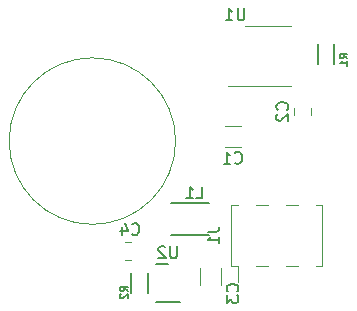
<source format=gbr>
%TF.GenerationSoftware,KiCad,Pcbnew,7.0.2.1-36-g582732918d-dirty-deb11*%
%TF.CreationDate,2023-05-26T14:24:42+00:00*%
%TF.ProjectId,pedalboard-led-ring,70656461-6c62-46f6-9172-642d6c65642d,rev?*%
%TF.SameCoordinates,Original*%
%TF.FileFunction,Legend,Bot*%
%TF.FilePolarity,Positive*%
%FSLAX46Y46*%
G04 Gerber Fmt 4.6, Leading zero omitted, Abs format (unit mm)*
G04 Created by KiCad (PCBNEW 7.0.2.1-36-g582732918d-dirty-deb11) date 2023-05-26 14:24:42*
%MOMM*%
%LPD*%
G01*
G04 APERTURE LIST*
%ADD10C,0.100000*%
%ADD11C,0.150000*%
%ADD12C,0.120000*%
%ADD13C,0.127000*%
G04 APERTURE END LIST*
D10*
X87050000Y-60000000D02*
G75*
G03*
X87050000Y-60000000I-7050000J0D01*
G01*
D11*
%TO.C,U1*%
X92861904Y-48762619D02*
X92861904Y-49572142D01*
X92861904Y-49572142D02*
X92814285Y-49667380D01*
X92814285Y-49667380D02*
X92766666Y-49715000D01*
X92766666Y-49715000D02*
X92671428Y-49762619D01*
X92671428Y-49762619D02*
X92480952Y-49762619D01*
X92480952Y-49762619D02*
X92385714Y-49715000D01*
X92385714Y-49715000D02*
X92338095Y-49667380D01*
X92338095Y-49667380D02*
X92290476Y-49572142D01*
X92290476Y-49572142D02*
X92290476Y-48762619D01*
X91290476Y-49762619D02*
X91861904Y-49762619D01*
X91576190Y-49762619D02*
X91576190Y-48762619D01*
X91576190Y-48762619D02*
X91671428Y-48905476D01*
X91671428Y-48905476D02*
X91766666Y-49000714D01*
X91766666Y-49000714D02*
X91861904Y-49048333D01*
%TO.C,L1*%
X88816666Y-64862619D02*
X89292856Y-64862619D01*
X89292856Y-64862619D02*
X89292856Y-63862619D01*
X87959523Y-64862619D02*
X88530951Y-64862619D01*
X88245237Y-64862619D02*
X88245237Y-63862619D01*
X88245237Y-63862619D02*
X88340475Y-64005476D01*
X88340475Y-64005476D02*
X88435713Y-64100714D01*
X88435713Y-64100714D02*
X88530951Y-64148333D01*
%TO.C,C1*%
X92066666Y-61817380D02*
X92114285Y-61865000D01*
X92114285Y-61865000D02*
X92257142Y-61912619D01*
X92257142Y-61912619D02*
X92352380Y-61912619D01*
X92352380Y-61912619D02*
X92495237Y-61865000D01*
X92495237Y-61865000D02*
X92590475Y-61769761D01*
X92590475Y-61769761D02*
X92638094Y-61674523D01*
X92638094Y-61674523D02*
X92685713Y-61484047D01*
X92685713Y-61484047D02*
X92685713Y-61341190D01*
X92685713Y-61341190D02*
X92638094Y-61150714D01*
X92638094Y-61150714D02*
X92590475Y-61055476D01*
X92590475Y-61055476D02*
X92495237Y-60960238D01*
X92495237Y-60960238D02*
X92352380Y-60912619D01*
X92352380Y-60912619D02*
X92257142Y-60912619D01*
X92257142Y-60912619D02*
X92114285Y-60960238D01*
X92114285Y-60960238D02*
X92066666Y-61007857D01*
X91114285Y-61912619D02*
X91685713Y-61912619D01*
X91399999Y-61912619D02*
X91399999Y-60912619D01*
X91399999Y-60912619D02*
X91495237Y-61055476D01*
X91495237Y-61055476D02*
X91590475Y-61150714D01*
X91590475Y-61150714D02*
X91685713Y-61198333D01*
%TO.C,J1*%
X89752619Y-67666666D02*
X90466904Y-67666666D01*
X90466904Y-67666666D02*
X90609761Y-67619047D01*
X90609761Y-67619047D02*
X90705000Y-67523809D01*
X90705000Y-67523809D02*
X90752619Y-67380952D01*
X90752619Y-67380952D02*
X90752619Y-67285714D01*
X90752619Y-68666666D02*
X90752619Y-68095238D01*
X90752619Y-68380952D02*
X89752619Y-68380952D01*
X89752619Y-68380952D02*
X89895476Y-68285714D01*
X89895476Y-68285714D02*
X89990714Y-68190476D01*
X89990714Y-68190476D02*
X90038333Y-68095238D01*
%TO.C,R2*%
X83000702Y-72691666D02*
X82691178Y-72474999D01*
X83000702Y-72320237D02*
X82350702Y-72320237D01*
X82350702Y-72320237D02*
X82350702Y-72567856D01*
X82350702Y-72567856D02*
X82381654Y-72629761D01*
X82381654Y-72629761D02*
X82412607Y-72660714D01*
X82412607Y-72660714D02*
X82474511Y-72691666D01*
X82474511Y-72691666D02*
X82567369Y-72691666D01*
X82567369Y-72691666D02*
X82629273Y-72660714D01*
X82629273Y-72660714D02*
X82660226Y-72629761D01*
X82660226Y-72629761D02*
X82691178Y-72567856D01*
X82691178Y-72567856D02*
X82691178Y-72320237D01*
X82412607Y-72939285D02*
X82381654Y-72970237D01*
X82381654Y-72970237D02*
X82350702Y-73032142D01*
X82350702Y-73032142D02*
X82350702Y-73186904D01*
X82350702Y-73186904D02*
X82381654Y-73248809D01*
X82381654Y-73248809D02*
X82412607Y-73279761D01*
X82412607Y-73279761D02*
X82474511Y-73310714D01*
X82474511Y-73310714D02*
X82536416Y-73310714D01*
X82536416Y-73310714D02*
X82629273Y-73279761D01*
X82629273Y-73279761D02*
X83000702Y-72908333D01*
X83000702Y-72908333D02*
X83000702Y-73310714D01*
%TO.C,R1*%
X101600702Y-52991666D02*
X101291178Y-52774999D01*
X101600702Y-52620237D02*
X100950702Y-52620237D01*
X100950702Y-52620237D02*
X100950702Y-52867856D01*
X100950702Y-52867856D02*
X100981654Y-52929761D01*
X100981654Y-52929761D02*
X101012607Y-52960714D01*
X101012607Y-52960714D02*
X101074511Y-52991666D01*
X101074511Y-52991666D02*
X101167369Y-52991666D01*
X101167369Y-52991666D02*
X101229273Y-52960714D01*
X101229273Y-52960714D02*
X101260226Y-52929761D01*
X101260226Y-52929761D02*
X101291178Y-52867856D01*
X101291178Y-52867856D02*
X101291178Y-52620237D01*
X101600702Y-53610714D02*
X101600702Y-53239285D01*
X101600702Y-53424999D02*
X100950702Y-53424999D01*
X100950702Y-53424999D02*
X101043559Y-53363095D01*
X101043559Y-53363095D02*
X101105464Y-53301190D01*
X101105464Y-53301190D02*
X101136416Y-53239285D01*
%TO.C,U2*%
X87161904Y-68912619D02*
X87161904Y-69722142D01*
X87161904Y-69722142D02*
X87114285Y-69817380D01*
X87114285Y-69817380D02*
X87066666Y-69865000D01*
X87066666Y-69865000D02*
X86971428Y-69912619D01*
X86971428Y-69912619D02*
X86780952Y-69912619D01*
X86780952Y-69912619D02*
X86685714Y-69865000D01*
X86685714Y-69865000D02*
X86638095Y-69817380D01*
X86638095Y-69817380D02*
X86590476Y-69722142D01*
X86590476Y-69722142D02*
X86590476Y-68912619D01*
X86161904Y-69007857D02*
X86114285Y-68960238D01*
X86114285Y-68960238D02*
X86019047Y-68912619D01*
X86019047Y-68912619D02*
X85780952Y-68912619D01*
X85780952Y-68912619D02*
X85685714Y-68960238D01*
X85685714Y-68960238D02*
X85638095Y-69007857D01*
X85638095Y-69007857D02*
X85590476Y-69103095D01*
X85590476Y-69103095D02*
X85590476Y-69198333D01*
X85590476Y-69198333D02*
X85638095Y-69341190D01*
X85638095Y-69341190D02*
X86209523Y-69912619D01*
X86209523Y-69912619D02*
X85590476Y-69912619D01*
%TO.C,C2*%
X96487380Y-57333333D02*
X96535000Y-57285714D01*
X96535000Y-57285714D02*
X96582619Y-57142857D01*
X96582619Y-57142857D02*
X96582619Y-57047619D01*
X96582619Y-57047619D02*
X96535000Y-56904762D01*
X96535000Y-56904762D02*
X96439761Y-56809524D01*
X96439761Y-56809524D02*
X96344523Y-56761905D01*
X96344523Y-56761905D02*
X96154047Y-56714286D01*
X96154047Y-56714286D02*
X96011190Y-56714286D01*
X96011190Y-56714286D02*
X95820714Y-56761905D01*
X95820714Y-56761905D02*
X95725476Y-56809524D01*
X95725476Y-56809524D02*
X95630238Y-56904762D01*
X95630238Y-56904762D02*
X95582619Y-57047619D01*
X95582619Y-57047619D02*
X95582619Y-57142857D01*
X95582619Y-57142857D02*
X95630238Y-57285714D01*
X95630238Y-57285714D02*
X95677857Y-57333333D01*
X95677857Y-57714286D02*
X95630238Y-57761905D01*
X95630238Y-57761905D02*
X95582619Y-57857143D01*
X95582619Y-57857143D02*
X95582619Y-58095238D01*
X95582619Y-58095238D02*
X95630238Y-58190476D01*
X95630238Y-58190476D02*
X95677857Y-58238095D01*
X95677857Y-58238095D02*
X95773095Y-58285714D01*
X95773095Y-58285714D02*
X95868333Y-58285714D01*
X95868333Y-58285714D02*
X96011190Y-58238095D01*
X96011190Y-58238095D02*
X96582619Y-57666667D01*
X96582619Y-57666667D02*
X96582619Y-58285714D01*
%TO.C,C4*%
X83366666Y-67867380D02*
X83414285Y-67915000D01*
X83414285Y-67915000D02*
X83557142Y-67962619D01*
X83557142Y-67962619D02*
X83652380Y-67962619D01*
X83652380Y-67962619D02*
X83795237Y-67915000D01*
X83795237Y-67915000D02*
X83890475Y-67819761D01*
X83890475Y-67819761D02*
X83938094Y-67724523D01*
X83938094Y-67724523D02*
X83985713Y-67534047D01*
X83985713Y-67534047D02*
X83985713Y-67391190D01*
X83985713Y-67391190D02*
X83938094Y-67200714D01*
X83938094Y-67200714D02*
X83890475Y-67105476D01*
X83890475Y-67105476D02*
X83795237Y-67010238D01*
X83795237Y-67010238D02*
X83652380Y-66962619D01*
X83652380Y-66962619D02*
X83557142Y-66962619D01*
X83557142Y-66962619D02*
X83414285Y-67010238D01*
X83414285Y-67010238D02*
X83366666Y-67057857D01*
X82509523Y-67295952D02*
X82509523Y-67962619D01*
X82747618Y-66915000D02*
X82985713Y-67629285D01*
X82985713Y-67629285D02*
X82366666Y-67629285D01*
%TO.C,C3*%
X92267380Y-72733333D02*
X92315000Y-72685714D01*
X92315000Y-72685714D02*
X92362619Y-72542857D01*
X92362619Y-72542857D02*
X92362619Y-72447619D01*
X92362619Y-72447619D02*
X92315000Y-72304762D01*
X92315000Y-72304762D02*
X92219761Y-72209524D01*
X92219761Y-72209524D02*
X92124523Y-72161905D01*
X92124523Y-72161905D02*
X91934047Y-72114286D01*
X91934047Y-72114286D02*
X91791190Y-72114286D01*
X91791190Y-72114286D02*
X91600714Y-72161905D01*
X91600714Y-72161905D02*
X91505476Y-72209524D01*
X91505476Y-72209524D02*
X91410238Y-72304762D01*
X91410238Y-72304762D02*
X91362619Y-72447619D01*
X91362619Y-72447619D02*
X91362619Y-72542857D01*
X91362619Y-72542857D02*
X91410238Y-72685714D01*
X91410238Y-72685714D02*
X91457857Y-72733333D01*
X91362619Y-73066667D02*
X91362619Y-73685714D01*
X91362619Y-73685714D02*
X91743571Y-73352381D01*
X91743571Y-73352381D02*
X91743571Y-73495238D01*
X91743571Y-73495238D02*
X91791190Y-73590476D01*
X91791190Y-73590476D02*
X91838809Y-73638095D01*
X91838809Y-73638095D02*
X91934047Y-73685714D01*
X91934047Y-73685714D02*
X92172142Y-73685714D01*
X92172142Y-73685714D02*
X92267380Y-73638095D01*
X92267380Y-73638095D02*
X92315000Y-73590476D01*
X92315000Y-73590476D02*
X92362619Y-73495238D01*
X92362619Y-73495238D02*
X92362619Y-73209524D01*
X92362619Y-73209524D02*
X92315000Y-73114286D01*
X92315000Y-73114286D02*
X92267380Y-73066667D01*
D12*
%TO.C,U1*%
X94900000Y-50240000D02*
X92950000Y-50240000D01*
X94900000Y-50240000D02*
X96850000Y-50240000D01*
X94900000Y-55360000D02*
X91450000Y-55360000D01*
X94900000Y-55360000D02*
X96850000Y-55360000D01*
D13*
%TO.C,L1*%
X86650000Y-67913500D02*
X89850000Y-67913500D01*
X89850000Y-65286500D02*
X86650000Y-65286500D01*
D12*
%TO.C,C1*%
X91188748Y-58690000D02*
X92611252Y-58690000D01*
X91188748Y-60510000D02*
X92611252Y-60510000D01*
%TO.C,J1*%
X99470000Y-65400000D02*
X99470000Y-70600000D01*
X98900000Y-65400000D02*
X99470000Y-65400000D01*
X96360000Y-65400000D02*
X97380000Y-65400000D01*
X93820000Y-65400000D02*
X94840000Y-65400000D01*
X91730000Y-65400000D02*
X92300000Y-65400000D01*
X91730000Y-65400000D02*
X91730000Y-70600000D01*
X98900000Y-70600000D02*
X99470000Y-70600000D01*
X96360000Y-70600000D02*
X97380000Y-70600000D01*
X93820000Y-70600000D02*
X94840000Y-70600000D01*
X92300000Y-70600000D02*
X92300000Y-71960000D01*
X91730000Y-70600000D02*
X92300000Y-70600000D01*
D11*
%TO.C,R2*%
X83300000Y-71150000D02*
X83300000Y-72850000D01*
X84700000Y-72850000D02*
X84700000Y-71150000D01*
%TO.C,R1*%
X100500000Y-53450000D02*
X100500000Y-51750000D01*
X99100000Y-51750000D02*
X99100000Y-53450000D01*
%TO.C,U2*%
X87400000Y-73625000D02*
X85400000Y-73625000D01*
X86400000Y-70375000D02*
X85400000Y-70375000D01*
D12*
%TO.C,C2*%
X98535000Y-57238748D02*
X98535000Y-57761252D01*
X97065000Y-57238748D02*
X97065000Y-57761252D01*
%TO.C,C4*%
X83261252Y-70035000D02*
X82738748Y-70035000D01*
X83261252Y-68565000D02*
X82738748Y-68565000D01*
%TO.C,C3*%
X89090000Y-72211252D02*
X89090000Y-70788748D01*
X90910000Y-72211252D02*
X90910000Y-70788748D01*
%TD*%
M02*

</source>
